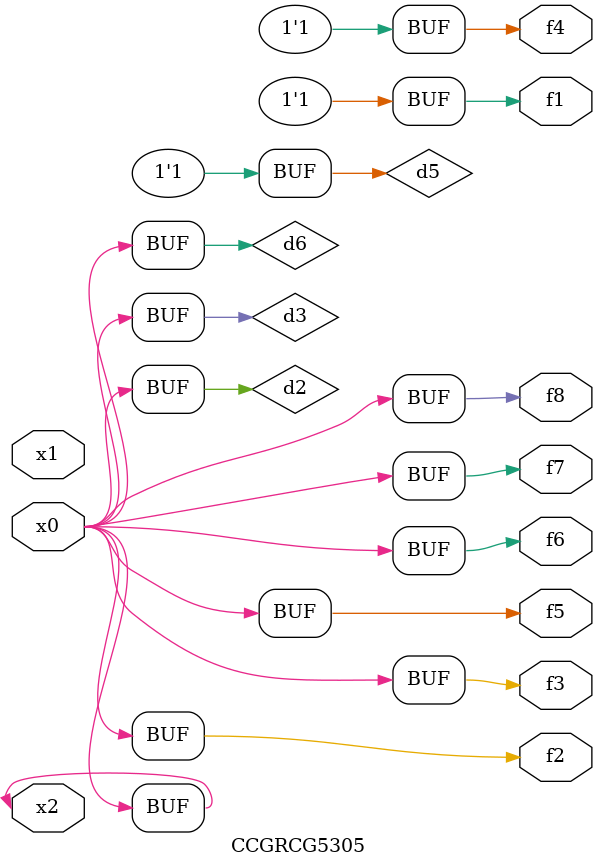
<source format=v>
module CCGRCG5305(
	input x0, x1, x2,
	output f1, f2, f3, f4, f5, f6, f7, f8
);

	wire d1, d2, d3, d4, d5, d6;

	xnor (d1, x2);
	buf (d2, x0, x2);
	and (d3, x0);
	xnor (d4, x1, x2);
	nand (d5, d1, d3);
	buf (d6, d2, d3);
	assign f1 = d5;
	assign f2 = d6;
	assign f3 = d6;
	assign f4 = d5;
	assign f5 = d6;
	assign f6 = d6;
	assign f7 = d6;
	assign f8 = d6;
endmodule

</source>
